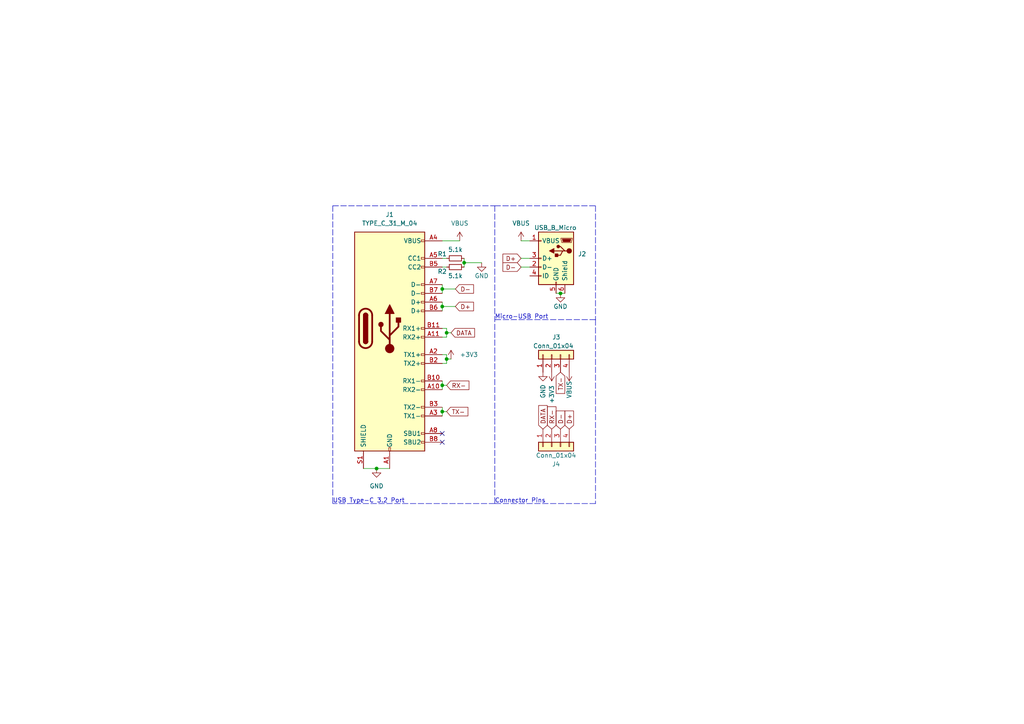
<source format=kicad_sch>
(kicad_sch (version 20211123) (generator eeschema)
  (paper "A4")
  (title_block (title "Dual-Port Model-U") (date "2022-07-25") (rev "1.1") (company "Sergio Dhelomme"))
  (lib_symbols
    (symbol "Connector:USB_B_Micro" (pin_names (offset 1.016))
      (property "Reference" "J" (at -5.08 11.43 0))
      (property "Value" "USB_B_Micro" (at -5.08 8.89 0))
      (symbol "USB_B_Micro_0_1"
        (rectangle (start -5.08 -7.62) (end 5.08 7.62) (stroke (width 0.254)) (fill (type background)))
        (circle (center -3.81 2.159) (radius 0.635) (stroke (width 0.254)) (fill (type outline)))
        (circle (center -0.635 3.429) (radius 0.381) (stroke (width 0.254)) (fill (type outline)))
        (rectangle (start -0.127 -7.62) (end 0.127 -6.858))
        (polyline (pts (xy -1.905 2.159) (xy 0.635 2.159)) (stroke (width 0.254)))
        (polyline (pts (xy -3.175 2.159) (xy -2.54 2.159) (xy -1.27 3.429) (xy -0.635 3.429)) (stroke (width 0.254)))
        (polyline (pts (xy -2.54 2.159) (xy -1.905 2.159) (xy -1.27 0.889) (xy 0 0.889)) (stroke (width 0.254)))
        (polyline (pts (xy 0.635 2.794) (xy 0.635 1.524) (xy 1.905 2.159) (xy 0.635 2.794)) (stroke (width 0.254)) (fill (type outline)))
        (polyline (pts (xy -4.318 5.588) (xy -1.778 5.588) (xy -2.032 4.826) (xy -4.064 4.826) (xy -4.318 5.588)) (fill (type outline)))
        (polyline (pts (xy -4.699 5.842) (xy -4.699 5.588) (xy -4.445 4.826) (xy -4.445 4.572) (xy -1.651 4.572) (xy -1.651 4.826) (xy -1.397 5.588) (xy -1.397 5.842) (xy -4.699 5.842)))
        (rectangle (start 0.254 1.27) (end -0.508 0.508) (stroke (width 0.254)) (fill (type outline)))
        (rectangle (start 5.08 -5.207) (end 4.318 -4.953))
        (rectangle (start 5.08 -2.667) (end 4.318 -2.413))
        (rectangle (start 5.08 -0.127) (end 4.318 0.127))
        (rectangle (start 5.08 4.953) (end 4.318 5.207))
      )
      (symbol "USB_B_Micro_1_1"
        (pin power_out line (at 7.62 5.08 180) (length 2.54) (name "VBUS") (number "1"))
        (pin bidirectional line (at 7.62 -2.54 180) (length 2.54) (name "D-") (number "2"))
        (pin bidirectional line (at 7.62 0 180) (length 2.54) (name "D+") (number "3"))
        (pin passive line (at 7.62 -5.08 180) (length 2.54) (name "ID") (number "4"))
        (pin power_out line (at 0 -10.16 90) (length 2.54) (name "GND") (number "5"))
        (pin passive line (at -2.54 -10.16 90) (length 2.54) (name "Shield") (number "6"))
      )
    )
    (symbol "Connector:USB_C_Receptacle" (pin_names (offset 1.016))
      (property "Reference" "J1" (at 0 33.02 0))
      (property "Value" "TYPE_C_31_M_04" (at 0 30.48 0))
      (symbol "USB_C_Receptacle_0_0"
        (rectangle (start -0.254 -35.56) (end 0.254 -34.544))
        (rectangle (start 10.16 -32.766) (end 9.144 -33.274))
        (rectangle (start 10.16 -30.226) (end 9.144 -30.734))
        (rectangle (start 10.16 -25.146) (end 9.144 -25.654))
        (rectangle (start 10.16 -22.606) (end 9.144 -23.114))
        (rectangle (start 10.16 -17.526) (end 9.144 -18.034))
        (rectangle (start 10.16 -14.986) (end 9.144 -15.494))
        (rectangle (start 10.16 -9.906) (end 9.144 -10.414))
        (rectangle (start 10.16 -7.366) (end 9.144 -7.874))
        (rectangle (start 10.16 -2.286) (end 9.144 -2.794))
        (rectangle (start 10.16 0.254) (end 9.144 -0.254))
        (rectangle (start 10.16 5.334) (end 9.144 4.826))
        (rectangle (start 10.16 7.874) (end 9.144 7.366))
        (rectangle (start 10.16 10.414) (end 9.144 9.906))
        (rectangle (start 10.16 12.954) (end 9.144 12.446))
        (rectangle (start 10.16 18.034) (end 9.144 17.526))
        (rectangle (start 10.16 20.574) (end 9.144 20.066))
        (rectangle (start 10.16 25.654) (end 9.144 25.146))
      )
      (symbol "USB_C_Receptacle_0_1"
        (rectangle (start -10.16 27.94) (end 10.16 -35.56) (stroke (width 0.254)) (fill (type background)))
        (arc (start -8.89 -3.81) (mid -6.985 -5.715) (end -5.08 -3.81) (stroke (width 0.508)))
        (arc (start -7.62 -3.81) (mid -6.985 -4.445) (end -6.35 -3.81) (stroke (width 0.254)))
        (arc (start -7.62 -3.81) (mid -6.985 -4.445) (end -6.35 -3.81) (stroke (width 0.254)) (fill (type outline)))
        (rectangle (start -7.62 -3.81) (end -6.35 3.81) (stroke (width 0.254)) (fill (type outline)))
        (arc (start -6.35 3.81) (mid -6.985 4.445) (end -7.62 3.81) (stroke (width 0.254)))
        (arc (start -6.35 3.81) (mid -6.985 4.445) (end -7.62 3.81) (stroke (width 0.254)) (fill (type outline)))
        (arc (start -5.08 3.81) (mid -6.985 5.715) (end -8.89 3.81) (stroke (width 0.508)))
        (polyline (pts (xy -8.89 -3.81) (xy -8.89 3.81)) (stroke (width 0.508)))
        (polyline (pts (xy -5.08 3.81) (xy -5.08 -3.81)) (stroke (width 0.508)))
      )
      (symbol "USB_C_Receptacle_1_1"
        (circle (center -2.54 1.143) (radius 0.635) (stroke (width 0.254)) (fill (type outline)))
        (circle (center 0 -5.842) (radius 1.27) (fill (type outline)))
        (polyline (pts (xy 0 -5.842) (xy 0 4.318)) (stroke (width 0.508)))
        (polyline (pts (xy 0 -3.302) (xy -2.54 -0.762) (xy -2.54 0.508)) (stroke (width 0.508)))
        (polyline (pts (xy 0 -2.032) (xy 2.54 0.508) (xy 2.54 1.778)) (stroke (width 0.508)))
        (polyline (pts (xy -1.27 4.318) (xy 0 6.858) (xy 1.27 4.318) (xy -1.27 4.318)) (stroke (width 0.254)) (fill (type outline)))
        (rectangle (start 1.905 1.778) (end 3.175 3.048) (stroke (width 0.254)) (fill (type outline)))
        (pin passive line (at 0 -40.64 90) (length 5.08) (name "GND") (number "A1"))
        (pin bidirectional line (at 15.24 -17.78 180) (length 5.08) (name "RX2-") (number "A10"))
        (pin bidirectional line (at 15.24 -2.54 180) (length 5.08) (name "RX2+") (number "A11"))
        (pin passive line (at 0 -40.64 90) (length 5.08) hide (name "GND") (number "A12"))
        (pin bidirectional line (at 15.24 -7.62 180) (length 5.08) (name "TX1+") (number "A2"))
        (pin bidirectional line (at 15.24 -25.4 180) (length 5.08) (name "TX1-") (number "A3"))
        (pin passive line (at 15.24 25.4 180) (length 5.08) (name "VBUS") (number "A4"))
        (pin bidirectional line (at 15.24 20.32 180) (length 5.08) (name "CC1") (number "A5"))
        (pin bidirectional line (at 15.24 7.62 180) (length 5.08) (name "D+") (number "A6"))
        (pin bidirectional line (at 15.24 12.7 180) (length 5.08) (name "D-") (number "A7"))
        (pin bidirectional line (at 15.24 -30.48 180) (length 5.08) (name "SBU1") (number "A8"))
        (pin passive line (at 15.24 25.4 180) (length 5.08) hide (name "VBUS") (number "A9"))
        (pin passive line (at 0 -40.64 90) (length 5.08) hide (name "GND") (number "B1"))
        (pin bidirectional line (at 15.24 -15.24 180) (length 5.08) (name "RX1-") (number "B10"))
        (pin bidirectional line (at 15.24 0 180) (length 5.08) (name "RX1+") (number "B11"))
        (pin passive line (at 0 -40.64 90) (length 5.08) hide (name "GND") (number "B12"))
        (pin bidirectional line (at 15.24 -10.16 180) (length 5.08) (name "TX2+") (number "B2"))
        (pin bidirectional line (at 15.24 -22.86 180) (length 5.08) (name "TX2-") (number "B3"))
        (pin passive line (at 15.24 25.4 180) (length 5.08) hide (name "VBUS") (number "B4"))
        (pin bidirectional line (at 15.24 17.78 180) (length 5.08) (name "CC2") (number "B5"))
        (pin bidirectional line (at 15.24 5.08 180) (length 5.08) (name "D+") (number "B6"))
        (pin bidirectional line (at 15.24 10.16 180) (length 5.08) (name "D-") (number "B7"))
        (pin bidirectional line (at 15.24 -33.02 180) (length 5.08) (name "SBU2") (number "B8"))
        (pin passive line (at 15.24 25.4 180) (length 5.08) hide (name "VBUS") (number "B9"))
        (pin passive line (at -7.62 -40.64 90) (length 5.08) (name "SHIELD") (number "S1"))
      )
    )
    (symbol "Connector_Generic:Conn_01x04" (pin_names (offset 1.016) hide)
      (property "Reference" "J" (at 0 5.08 0))
      (property "Value" "Conn_01x04" (at 0 -7.62 0))
      (symbol "Conn_01x04_1_1"
        (rectangle (start -1.27 -4.953) (end 0 -5.207) (stroke (width 0.1524)))
        (rectangle (start -1.27 -2.413) (end 0 -2.667) (stroke (width 0.1524)))
        (rectangle (start -1.27 0.127) (end 0 -0.127) (stroke (width 0.1524)))
        (rectangle (start -1.27 2.667) (end 0 2.413) (stroke (width 0.1524)))
        (rectangle (start -1.27 3.81) (end 1.27 -6.35) (stroke (width 0.254)) (fill (type background)))
        (pin passive line (at -5.08 2.54 0) (length 3.81) (name "Pin_1") (number "1"))
        (pin passive line (at -5.08 0 0) (length 3.81) (name "Pin_2") (number "2"))
        (pin passive line (at -5.08 -2.54 0) (length 3.81) (name "Pin_3") (number "3"))
        (pin passive line (at -5.08 -5.08 0) (length 3.81) (name "Pin_4") (number "4"))
      )
    )
    (symbol "Device:R_Small" (pin_numbers hide) (pin_names (offset 0.254) hide)
      (property "Reference" "R" (at 0.762 0.508 0))
      (property "Value" "R_Small" (at 0.762 -1.016 0))
      (symbol "R_Small_0_1"
        (rectangle (start -0.762 1.778) (end 0.762 -1.778) (stroke (width 0.2032)))
      )
      (symbol "R_Small_1_1"
        (pin passive line (at 0 2.54 270) (length 0.762) (name "~") (number "1"))
        (pin passive line (at 0 -2.54 90) (length 0.762) (name "~") (number "2"))
      )
    )
    (symbol "power:+3V3" (power) (pin_names (offset 0))
      (property "Value" "+3V3" (at 0 3.556 0))
      (symbol "+3V3_0_1"
        (polyline (pts (xy -0.762 1.27) (xy 0 2.54)))
        (polyline (pts (xy 0 0) (xy 0 2.54)))
        (polyline (pts (xy 0 2.54) (xy 0.762 1.27)))
      )
      (symbol "+3V3_1_1"
        (pin power_in line (at 0 0 90) (length 0) hide (name "+3V3") (number "1"))
      )
    )
    (symbol "power:GND" (power) (pin_names (offset 0))
      (property "Value" "GND" (at 0 -3.81 0))
      (symbol "GND_0_1"
        (polyline (pts (xy 0 0) (xy 0 -1.27) (xy 1.27 -1.27) (xy 0 -2.54) (xy -1.27 -1.27) (xy 0 -1.27)))
      )
      (symbol "GND_1_1"
        (pin power_in line (at 0 0 270) (length 0) hide (name "GND") (number "1"))
      )
    )
    (symbol "power:VBUS" (power) (pin_names (offset 0))
      (property "Value" "VBUS" (at 0 3.81 0))
      (symbol "VBUS_0_1"
        (polyline (pts (xy -0.762 1.27) (xy 0 2.54)))
        (polyline (pts (xy 0 0) (xy 0 2.54)))
        (polyline (pts (xy 0 2.54) (xy 0.762 1.27)))
      )
      (symbol "VBUS_1_1"
        (pin power_in line (at 0 0 90) (length 0) hide (name "VBUS") (number "1"))
      )
    )
  )
  (junction (at 129.54 96.52))
  (junction (at 128.27 83.82))
  (junction (at 129.54 104.14))
  (junction (at 128.27 88.9))
  (junction (at 128.27 119.38))
  (junction (at 128.27 111.76))
  (junction (at 109.22 135.89))
  (junction (at 134.62 76.2))
  (junction (at 162.56 85.09))
  (no_connect (at 128.27 125.73))
  (no_connect (at 128.27 128.27))
  (wire (pts (xy 128.27 110.49) (xy 128.27 111.76)))
  (wire (pts (xy 128.27 102.87) (xy 129.54 102.87)))
  (wire (pts (xy 161.29 85.09) (xy 162.56 85.09)))
  (wire (pts (xy 151.13 77.47) (xy 153.67 77.47)))
  (wire (pts (xy 128.27 83.82) (xy 132.08 83.82)))
  (wire (pts (xy 128.27 95.25) (xy 129.54 95.25)))
  (wire (pts (xy 128.27 83.82) (xy 128.27 85.09)))
  (wire (pts (xy 134.62 76.2) (xy 134.62 77.47)))
  (wire (pts (xy 128.27 118.11) (xy 128.27 119.38)))
  (wire (pts (xy 134.62 76.2) (xy 139.7 76.2)))
  (wire (pts (xy 128.27 69.85) (xy 133.35 69.85)))
  (wire (pts (xy 128.27 88.9) (xy 132.08 88.9)))
  (wire (pts (xy 129.54 95.25) (xy 129.54 96.52)))
  (wire (pts (xy 128.27 97.79) (xy 129.54 97.79)))
  (wire (pts (xy 128.27 111.76) (xy 129.54 111.76)))
  (wire (pts (xy 128.27 87.63) (xy 128.27 88.9)))
  (polyline (pts (xy 96.52 59.69) (xy 96.52 146.05)))
  (polyline (pts (xy 96.52 59.69) (xy 143.51 59.69)))
  (polyline (pts (xy 143.51 146.05) (xy 96.52 146.05)))
  (wire (pts (xy 128.27 119.38) (xy 129.54 119.38)))
  (wire (pts (xy 128.27 74.93) (xy 129.54 74.93)))
  (polyline (pts (xy 172.72 146.05) (xy 143.51 146.05)))
  (polyline (pts (xy 172.72 59.69) (xy 172.72 92.71)))
  (polyline (pts (xy 172.72 92.71) (xy 172.72 146.05)))
  (wire (pts (xy 129.54 104.14) (xy 130.81 104.14)))
  (wire (pts (xy 128.27 88.9) (xy 128.27 90.17)))
  (wire (pts (xy 128.27 82.55) (xy 128.27 83.82)))
  (wire (pts (xy 129.54 96.52) (xy 130.81 96.52)))
  (wire (pts (xy 128.27 105.41) (xy 129.54 105.41)))
  (wire (pts (xy 128.27 111.76) (xy 128.27 113.03)))
  (wire (pts (xy 134.62 74.93) (xy 134.62 76.2)))
  (wire (pts (xy 105.41 135.89) (xy 109.22 135.89)))
  (wire (pts (xy 151.13 74.93) (xy 153.67 74.93)))
  (wire (pts (xy 151.13 69.85) (xy 153.67 69.85)))
  (polyline (pts (xy 143.51 59.69) (xy 172.72 59.69)))
  (wire (pts (xy 109.22 135.89) (xy 113.03 135.89)))
  (wire (pts (xy 129.54 104.14) (xy 129.54 105.41)))
  (wire (pts (xy 128.27 119.38) (xy 128.27 120.65)))
  (wire (pts (xy 129.54 96.52) (xy 129.54 97.79)))
  (polyline (pts (xy 172.72 92.71) (xy 143.51 92.71)))
  (wire (pts (xy 128.27 77.47) (xy 129.54 77.47)))
  (wire (pts (xy 162.56 85.09) (xy 163.83 85.09)))
  (wire (pts (xy 129.54 102.87) (xy 129.54 104.14)))
  (polyline (pts (xy 143.51 59.69) (xy 143.51 146.05)))
  (text "USB Type-C 3.2 Port" (at 96.52 146.05 0) (effects (font (size 1.27 1.27)) (justify left bottom)))
  (text "Connector Pins" (at 143.51 146.05 0) (effects (font (size 1.27 1.27)) (justify left bottom)))
  (text "Micro-USB Port" (at 143.51 92.71 0) (effects (font (size 1.27 1.27)) (justify left bottom)))
  (global_label "DATA" (shape input) (at 130.81 96.52 0) (property "Intersheet References" "${INTERSHEET_REFS}" (effects hide)))
  (global_label "D+" (shape input) (at 165.1 124.46 90) (property "Intersheet References" "${INTERSHEET_REFS}" (effects hide)))
  (global_label "D+" (shape input) (at 132.08 88.9 0) (property "Intersheet References" "${INTERSHEET_REFS}" (effects hide)))
  (global_label "TX-" (shape input) (at 129.54 119.38 0) (property "Intersheet References" "${INTERSHEET_REFS}" (effects hide)))
  (global_label "RX-" (shape input) (at 160.02 124.46 90) (property "Intersheet References" "${INTERSHEET_REFS}" (effects hide)))
  (global_label "D-" (shape input) (at 151.13 77.47 180) (property "Intersheet References" "${INTERSHEET_REFS}" (effects hide)))
  (global_label "D+" (shape input) (at 151.13 74.93 180) (property "Intersheet References" "${INTERSHEET_REFS}" (effects hide)))
  (global_label "D-" (shape input) (at 132.08 83.82 0) (property "Intersheet References" "${INTERSHEET_REFS}" (effects hide)))
  (global_label "D-" (shape input) (at 162.56 124.46 90) (property "Intersheet References" "${INTERSHEET_REFS}" (effects hide)))
  (global_label "RX-" (shape input) (at 129.54 111.76 0) (property "Intersheet References" "${INTERSHEET_REFS}" (effects hide)))
  (global_label "DATA" (shape input) (at 157.48 124.46 90) (property "Intersheet References" "${INTERSHEET_REFS}" (effects hide)))
  (global_label "TX-" (shape input) (at 162.56 107.95 270) (property "Intersheet References" "${INTERSHEET_REFS}" (effects hide)))
  (symbol (lib_id "power:VBUS") (at 151.13 69.85 0) (unit 1)
    (property "Reference" "#PWR03" (effects hide))
    (property "Value" "VBUS" (at 151.13 64.77 0))
  )
  (symbol (lib_id "power:GND") (at 139.7 76.2 0) (unit 1)
    (property "Reference" "#PWR02" (effects hide))
    (property "Value" "GND" (at 139.7 80.01 0))
  )
  (symbol (lib_id "power:VBUS") (at 165.1 107.95 180) (unit 1)
    (property "Reference" "#PWR08" (effects hide))
    (property "Value" "VBUS" (at 165.1 115.57 90) (effects (justify right)))
  )
  (symbol (lib_id "Connector:USB_C_Receptacle") (at 113.03 95.25 0) (unit 1)
    (property "Reference" "J1" (at 113.03 62.23 0))
    (property "Value" "TYPE_C_31_M_04" (at 113.03 64.77 0))
    (property "Footprint" "Connector_USB_C_3_2:HRO_TYPE-C-31-M-04" (effects hide))
    (property "Datasheet" "https://www.usb.org/sites/default/files/documents/usb_type-c.zip" (effects hide))
    (property "JLBPCB part #" "C129018" (effects hide))
  )
  (symbol (lib_id "Connector_Generic:Conn_01x04") (at 160.02 129.54 90) (mirror x) (unit 1)
    (property "Reference" "J4" (at 161.29 134.62 90))
    (property "Value" "Conn_01x04" (at 161.29 132.08 90))
    (property "Footprint" "Connector_PinSocket_2.54mm:PinSocket_1x04_P2.54mm_Vertical" (effects hide))
    (property "JLBPCB part #" "C132563" (effects hide))
  )
  (symbol (lib_id "Connector_Generic:Conn_01x04") (at 160.02 102.87 90) (unit 1)
    (property "Reference" "J3" (at 162.56 97.79 90) (effects (justify left)))
    (property "Value" "Conn_01x04" (at 166.37 100.33 90) (effects (justify left)))
    (property "Footprint" "Connector_PinSocket_2.54mm:PinSocket_1x04_P2.54mm_Vertical" (effects hide))
    (property "JLBPCB part #" "C132563" (effects hide))
  )
  (symbol (lib_id "Device:R_Small") (at 132.08 77.47 270) (unit 1)
    (property "Reference" "R2" (at 128.27 78.74 90))
    (property "Value" "5.1k" (at 132.08 80.01 90))
    (property "Footprint" "Resistor_SMD:R_0603_1608Metric" (effects hide))
    (property "JLBPCB part #" "C23186" (effects hide))
  )
  (symbol (lib_id "power:GND") (at 162.56 85.09 0) (unit 1)
    (property "Reference" "#PWR0102" (effects hide))
    (property "Value" "GND" (at 162.56 88.9 0))
  )
  (symbol (lib_id "power:GND") (at 157.48 107.95 0) (unit 1)
    (property "Reference" "#PWR06" (effects hide))
    (property "Value" "GND" (at 157.48 115.57 90) (effects (justify left)))
  )
  (symbol (lib_id "Device:R_Small") (at 132.08 74.93 90) (unit 1)
    (property "Reference" "R1" (at 128.27 73.66 90))
    (property "Value" "5.1k" (at 132.08 72.39 90))
    (property "Footprint" "Resistor_SMD:R_0603_1608Metric" (effects hide))
    (property "JLBPCB part #" "C23186" (effects hide))
  )
  (symbol (lib_id "power:+3V3") (at 130.81 104.14 0) (unit 1)
    (property "Reference" "#PWR0101" (effects hide))
    (property "Value" "+3V3" (at 133.35 102.8699 0) (effects (justify left)))
  )
  (symbol (lib_id "Connector:USB_B_Micro") (at 161.29 74.93 0) (mirror y) (unit 1)
    (property "Reference" "J2" (at 167.64 73.6599 0) (effects (justify right)))
    (property "Value" "USB_B_Micro" (at 154.94 66.04 0) (effects (justify right)))
    (property "Footprint" "Connector_USB:USB_Micro-B_Amphenol_10118194_Horizontal" (effects hide))
    (property "JLBPCB part #" "-" (effects hide))
  )
  (symbol (lib_id "power:GND") (at 109.22 135.89 0) (unit 1)
    (property "Reference" "#PWR05" (effects hide))
    (property "Value" "GND" (at 109.22 140.97 0))
  )
  (symbol (lib_id "power:+3V3") (at 160.02 107.95 180) (unit 1)
    (property "Reference" "#PWR07" (effects hide))
    (property "Value" "+3V3" (at 160.0199 111.76 90) (effects (justify left)))
  )
  (symbol (lib_id "power:VBUS") (at 133.35 69.85 0) (unit 1)
    (property "Reference" "#PWR01" (effects hide))
    (property "Value" "VBUS" (at 133.35 64.77 0))
  )
)
</source>
